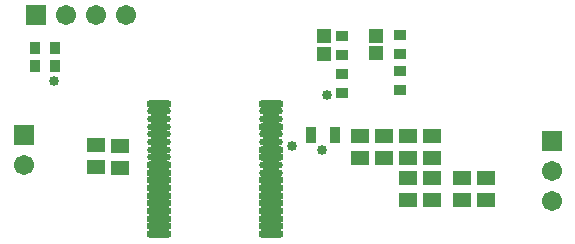
<source format=gts>
G04*
G04 #@! TF.GenerationSoftware,Altium Limited,Altium Designer,21.6.4 (81)*
G04*
G04 Layer_Color=8388736*
%FSLAX25Y25*%
%MOIN*%
G70*
G04*
G04 #@! TF.SameCoordinates,13C5D553-5763-431C-9762-CD72675E1F57*
G04*
G04*
G04 #@! TF.FilePolarity,Negative*
G04*
G01*
G75*
%ADD21R,0.06115X0.04737*%
%ADD22O,0.08280X0.02769*%
%ADD23O,0.07880X0.02368*%
%ADD24R,0.04147X0.03556*%
%ADD25R,0.04540X0.04540*%
%ADD26R,0.03556X0.04147*%
%ADD27R,0.03753X0.05721*%
%ADD28R,0.06706X0.06706*%
%ADD29C,0.06706*%
%ADD30R,0.06706X0.06706*%
%ADD31C,0.03359*%
D21*
X282000Y326284D02*
D03*
Y319000D02*
D03*
X274000Y319358D02*
D03*
Y326642D02*
D03*
X378000Y308358D02*
D03*
Y315642D02*
D03*
X386000Y308358D02*
D03*
Y315642D02*
D03*
Y329642D02*
D03*
Y322358D02*
D03*
X396000Y308358D02*
D03*
Y315642D02*
D03*
X404000Y308358D02*
D03*
Y315642D02*
D03*
X362000Y329642D02*
D03*
Y322358D02*
D03*
X370000Y329642D02*
D03*
Y322358D02*
D03*
X378000Y329642D02*
D03*
Y322358D02*
D03*
D22*
X332402Y297087D02*
D03*
Y299646D02*
D03*
Y302205D02*
D03*
Y304764D02*
D03*
Y307323D02*
D03*
Y309882D02*
D03*
Y312441D02*
D03*
Y315000D02*
D03*
Y322677D02*
D03*
Y325236D02*
D03*
Y332913D02*
D03*
Y340591D02*
D03*
X295000Y297087D02*
D03*
Y299646D02*
D03*
Y302205D02*
D03*
Y304764D02*
D03*
Y307323D02*
D03*
Y309882D02*
D03*
Y312441D02*
D03*
Y315000D02*
D03*
Y317559D02*
D03*
Y320118D02*
D03*
Y340591D02*
D03*
D23*
X332402Y317559D02*
D03*
Y320118D02*
D03*
Y327795D02*
D03*
Y330354D02*
D03*
Y335472D02*
D03*
Y338032D02*
D03*
X295000Y322677D02*
D03*
Y325236D02*
D03*
Y327795D02*
D03*
Y330354D02*
D03*
Y332913D02*
D03*
Y335472D02*
D03*
Y338032D02*
D03*
D24*
X375500Y345024D02*
D03*
Y351520D02*
D03*
Y357024D02*
D03*
Y363520D02*
D03*
X356000Y344000D02*
D03*
Y350496D02*
D03*
Y356752D02*
D03*
Y363248D02*
D03*
D25*
X367500Y363224D02*
D03*
Y357319D02*
D03*
X350000Y362953D02*
D03*
Y357047D02*
D03*
D26*
X253752Y353000D02*
D03*
X260248D02*
D03*
X253752Y359000D02*
D03*
X260248D02*
D03*
D27*
X353697Y330177D02*
D03*
X345823D02*
D03*
D28*
X254000Y370000D02*
D03*
D29*
X264000D02*
D03*
X274000D02*
D03*
X284000D02*
D03*
X250000Y320000D02*
D03*
X426000Y318000D02*
D03*
Y308000D02*
D03*
D30*
X250000Y330000D02*
D03*
X426000Y328000D02*
D03*
D31*
X349500Y325049D02*
D03*
X339500Y326500D02*
D03*
X351000Y343500D02*
D03*
X260000Y348000D02*
D03*
M02*

</source>
